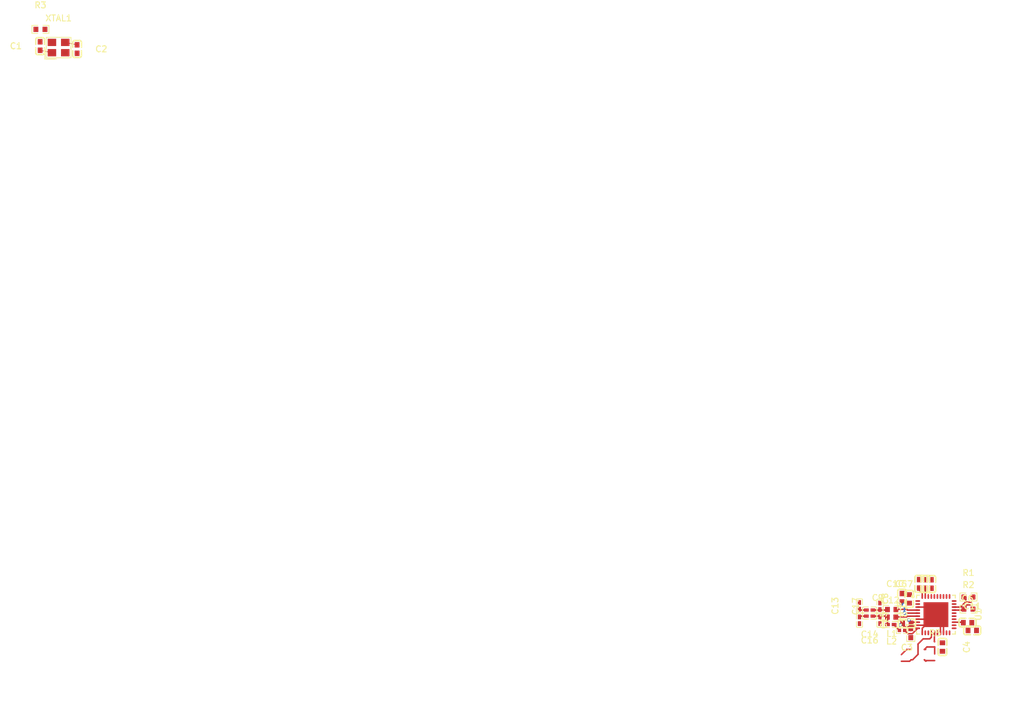
<source format=kicad_pcb>
(kicad_pcb (version 20240108) (generator "pcbnew") (generator_version "8.0")
  (layers (0 "F.Cu" signal) (31 "B.Cu" signal) (34 "B.Paste" user) (35 "F.Paste" user) (36 "B.SilkS" user "B.Silkscreen") (37 "F.SilkS" user "F.Silkscreen") (38 "B.Mask" user) (39 "F.Mask" user) (44 "Edge.Cuts" user))
  (net 0 "")
  (net 1 "net-5")
  (net 2 "oscillator-net")
  (net 3 "p30_uart_rx")
  (net 4 "net-6")
  (net 5 "sck_p72")
  (net 6 "sigout")
  (net 7 "loadmod")
  (net 8 "net-4")
  (net 9 "net-11")
  (net 10 "aux1")
  (net 11 "net")
  (net 12 "p33_int1")
  (net 13 "net-7")
  (net 14 "net-12")
  (net 15 "p31_uart_tx")
  (net 16 "signal-1")
  (net 17 "p32_int0")
  (net 18 "tx_2_mid")
  (net 19 "nfc_ic.footprint.pins[12].net-net")
  (net 20 "net-13")
  (net 21 "aux2")
  (net 22 "p35")
  (net 23 "net-2")
  (net 24 "net-8")
  (net 25 "rstpd_n")
  (net 26 "miso_p71")
  (net 27 "net-1")
  (net 28 "signal")
  (net 29 "p34_sic_clk")
  (net 30 "net-3")
  (net 31 "sigin")
  (net 32 "tx_1_mid")
  (net 33 "nfc_ic.footprint.pins[14].net-net")
  (net 34 "net-10")
  (net 35 "lv")
  (net 36 "net-9")
  (net 37 "nfc_ic.footprint.pins[13].net-net")
  (footprint "lcsc:C0402" (layer "F.Cu") (at 132.173774 92.151911 90)
    (property "Reference" "C13" (at 0 -4 90) (layer "F.SilkS") (hide no))
    (property "Value" "100pF ±5% 50V C0G")
    (fp_text user "${REFERENCE}" (at 0 -4 90) (layer "F.SilkS"))
    (pad "1" smd rect (at -0.55 0 90) (size 0.79 0.54) (layers "F.Cu" "F.Paste" "F.Mask") (net 9 "net-11"))
    (pad "2" smd rect (at 0.55 0 90) (size 0.79 0.54) (layers "F.Cu" "F.Paste" "F.Mask") (net 27 "net-1"))
  )
  (footprint "lcsc:C0402" (layer "F.Cu") (at 135.554794 92.217266 90)
    (property "Reference" "C17" (at 0 -4 90) (layer "F.SilkS") (hide no))
    (property "Value" "220pF ±10% 50V X7R")
    (fp_text user "${REFERENCE}" (at 0 -4 90) (layer "F.SilkS"))
    (pad "1" smd rect (at -0.55 0 90) (size 0.79 0.54) (layers "F.Cu" "F.Paste" "F.Mask") (net 32 "tx_1_mid"))
    (pad "2" smd rect (at 0.55 0 90) (size 0.79 0.54) (layers "F.Cu" "F.Paste" "F.Mask") (net 27 "net-1"))
  )
  (footprint "lcsc:IND-SMD_L1.6-W0.8-1" (layer "F.Cu") (at 137.502213 92.74736 180)
    (property "Reference" "L1" (at 0 -4 0) (layer "F.SilkS") (hide no))
    (property "Value" "560nH ±5% infHz 450mA 480mΩ")
    (fp_text user "${REFERENCE}" (at 0 -4 0) (layer "F.SilkS"))
    (pad "1" smd rect (at 0.7 0 0) (size 0.8 0.86) (layers "F.Cu" "F.Paste" "F.Mask") (net 32 "tx_1_mid"))
    (pad "2" smd rect (at -0.7 0 0) (size 0.8 0.86) (layers "F.Cu" "F.Paste" "F.Mask") (net 34 "net-10"))
  )
  (footprint "lcsc:C0402" (layer "F.Cu") (at 133.859889 93.842262 180)
    (property "Reference" "C16" (at 0 -4 0) (layer "F.SilkS") (hide no))
    (property "Value" "20pF ±5% 50V C0G")
    (fp_text user "${REFERENCE}" (at 0 -4 0) (layer "F.SilkS"))
    (pad "1" smd rect (at -0.55 0 180) (size 0.79 0.54) (layers "F.Cu" "F.Paste" "F.Mask") (net 18 "tx_2_mid"))
    (pad "2" smd rect (at 0.55 0 180) (size 0.79 0.54) (layers "F.Cu" "F.Paste" "F.Mask") (net 4 "net-6"))
  )
  (footprint "lcsc:C0603" (layer "F.Cu") (at 145.877611 98.946946 -90)
    (property "Reference" "C4" (at 0 -4 90) (layer "F.SilkS") (hide no))
    (property "Value" "100nF ±10% 50V X7R")
    (fp_text user "${REFERENCE}" (at 0 -4 90) (layer "F.SilkS"))
    (pad "1" smd rect (at -0.7 0 270) (size 0.8 0.9) (layers "F.Cu" "F.Paste" "F.Mask") (net 11 "net"))
    (pad "2" smd rect (at 0.7 0 270) (size 0.8 0.9) (layers "F.Cu" "F.Paste" "F.Mask") (net 27 "net-1"))
  )
  (footprint "lcsc:C0402" (layer "F.Cu") (at 133.867251 92.841601 180)
    (property "Reference" "C14" (at 0 -4 0) (layer "F.SilkS") (hide no))
    (property "Value" "20pF ±5% 50V C0G")
    (fp_text user "${REFERENCE}" (at 0 -4 0) (layer "F.SilkS"))
    (pad "1" smd rect (at -0.55 0 180) (size 0.79 0.54) (layers "F.Cu" "F.Paste" "F.Mask") (net 32 "tx_1_mid"))
    (pad "2" smd rect (at 0.55 0 180) (size 0.79 0.54) (layers "F.Cu" "F.Paste" "F.Mask") (net 9 "net-11"))
  )
  (footprint "lcsc:IND-SMD_L1.6-W0.8-1" (layer "F.Cu") (at 137.479517 94.009014 180)
    (property "Reference" "L2" (at 0 -4 0) (layer "F.SilkS") (hide no))
    (property "Value" "560nH ±5% infHz 450mA 480mΩ")
    (fp_text user "${REFERENCE}" (at 0 -4 0) (layer "F.SilkS"))
    (pad "1" smd rect (at 0.7 0 0) (size 0.8 0.86) (layers "F.Cu" "F.Paste" "F.Mask") (net 18 "tx_2_mid"))
    (pad "2" smd rect (at -0.7 0 0) (size 0.8 0.86) (layers "F.Cu" "F.Paste" "F.Mask") (net 36 "net-9"))
  )
  (footprint "lcsc:C0402" (layer "F.Cu") (at 135.558421 94.522937 -90)
    (property "Reference" "C18" (at 0 -4 90) (layer "F.SilkS") (hide no))
    (property "Value" "220pF ±10% 50V X7R")
    (fp_text user "${REFERENCE}" (at 0 -4 90) (layer "F.SilkS"))
    (pad "1" smd rect (at -0.55 0 270) (size 0.79 0.54) (layers "F.Cu" "F.Paste" "F.Mask") (net 18 "tx_2_mid"))
    (pad "2" smd rect (at 0.55 0 270) (size 0.79 0.54) (layers "F.Cu" "F.Paste" "F.Mask") (net 27 "net-1"))
  )
  (footprint "lcsc:C0603" (layer "F.Cu") (at 140.389714 90.997777 90)
    (property "Reference" "C8" (at 0 -4 90) (layer "F.SilkS") (hide no))
    (property "Value" "100nF ±10% 50V X7R")
    (fp_text user "${REFERENCE}" (at 0 -4 90) (layer "F.SilkS"))
    (pad "1" smd rect (at -0.7 0 90) (size 0.8 0.9) (layers "F.Cu" "F.Paste" "F.Mask") (net 11 "net"))
    (pad "2" smd rect (at 0.7 0 90) (size 0.8 0.9) (layers "F.Cu" "F.Paste" "F.Mask") (net 27 "net-1"))
  )
  (footprint "lcsc:R0402" (layer "F.Cu") (at 139.211601 96.206534 0)
    (property "Reference" "R4" (at 0 -4 0) (layer "F.SilkS") (hide no))
    (property "Value" "1kΩ ±1% 62.5mW")
    (fp_text user "${REFERENCE}" (at 0 -4 0) (layer "F.SilkS"))
    (pad "1" smd rect (at -0.43 0 0) (size 0.57 0.54) (layers "F.Cu" "F.Paste" "F.Mask") (net 20 "net-13"))
    (pad "2" smd rect (at 0.43 0 0) (size 0.57 0.54) (layers "F.Cu" "F.Paste" "F.Mask") (net 30 "net-3"))
  )
  (footprint "lcsc:QFN-40_L6.0-W6.0-P0.50-BL-EP4.1" (layer "F.Cu") (at 144.8 93.6 -90)
    (property "Reference" "U1" (at 0 -7 90) (layer "F.SilkS") (hide no))
    (property "Value" "_NXP_Semicon_PN5321A3HN_C106_51")
    (fp_text user "${REFERENCE}" (at 0 -7 90) (layer "F.SilkS"))
    (pad "1" smd oval (at -2.25 3 270) (size 0.28 0.8) (layers "F.Cu" "F.Paste" "F.Mask") (net 27 "net-1"))
    (pad "2" smd oval (at -1.75 3 270) (size 0.28 0.8) (layers "F.Cu" "F.Paste" "F.Mask") (net 7 "loadmod"))
    (pad "3" smd oval (at -1.25 3 270) (size 0.28 0.8) (layers "F.Cu" "F.Paste" "F.Mask") (net 27 "net-1"))
    (pad "4" smd oval (at -0.75 3 270) (size 0.28 0.8) (layers "F.Cu" "F.Paste" "F.Mask") (net 34 "net-10"))
    (pad "5" smd oval (at -0.25 3 270) (size 0.28 0.8) (layers "F.Cu" "F.Paste" "F.Mask") (net 11 "net"))
    (pad "6" smd oval (at 0.25 3 270) (size 0.28 0.8) (layers "F.Cu" "F.Paste" "F.Mask") (net 36 "net-9"))
    (pad "7" smd oval (at 0.75 3 270) (size 0.28 0.8) (layers "F.Cu" "F.Paste" "F.Mask") (net 27 "net-1"))
    (pad "8" smd oval (at 1.25 3 270) (size 0.28 0.8) (layers "F.Cu" "F.Paste" "F.Mask") (net 11 "net"))
    (pad "9" smd oval (at 1.75 3 270) (size 0.28 0.8) (layers "F.Cu" "F.Paste" "F.Mask") (net 27 "net-1"))
    (pad "10" smd oval (at 2.25 3 270) (size 0.28 0.8) (layers "F.Cu" "F.Paste" "F.Mask") (net 30 "net-3"))
    (pad "11" smd oval (at 3 2.25 270) (size 0.8 0.28) (layers "F.Cu" "F.Paste" "F.Mask") (net 27 "net-1"))
    (pad "12" smd oval (at 3 1.75 270) (size 0.8 0.28) (layers "F.Cu" "F.Paste" "F.Mask") (net 10 "aux1"))
    (pad "13" smd oval (at 3 1.25 270) (size 0.8 0.28) (layers "F.Cu" "F.Paste" "F.Mask") (net 21 "aux2"))
    (pad "14" smd oval (at 3 0.75 270) (size 0.8 0.28) (layers "F.Cu" "F.Paste" "F.Mask") (net 1 "net-5"))
    (pad "15" smd oval (at 3 0.25 270) (size 0.8 0.28) (layers "F.Cu" "F.Paste" "F.Mask") (net 8 "net-4"))
    (pad "16" smd oval (at 3 -0.25 270) (size 0.8 0.28) (layers "F.Cu" "F.Paste" "F.Mask") (net 11 "net"))
    (pad "17" smd oval (at 3 -0.75 270) (size 0.8 0.28) (layers "F.Cu" "F.Paste" "F.Mask") (net 27 "net-1"))
    (pad "18" smd oval (at 3 -1.25 270) (size 0.8 0.28) (layers "F.Cu" "F.Paste" "F.Mask") (net 27 "net-1"))
    (pad "19" smd oval (at 3 -1.75 270) (size 0.8 0.28) (layers "F.Cu" "F.Paste" "F.Mask") (net 22 "p35"))
    (pad "20" smd oval (at 3 -2.25 270) (size 0.8 0.28) (layers "F.Cu" "F.Paste" "F.Mask") (net 19 "nfc_ic.footprint.pins[12].net-net"))
    (pad "21" smd oval (at 2.25 -3 270) (size 0.28 0.8) (layers "F.Cu" "F.Paste" "F.Mask") (net 37 "nfc_ic.footprint.pins[13].net-net"))
    (pad "22" smd oval (at 1.75 -3 270) (size 0.28 0.8) (layers "F.Cu" "F.Paste" "F.Mask") (net 33 "nfc_ic.footprint.pins[14].net-net"))
    (pad "23" smd oval (at 1.25 -3 270) (size 0.28 0.8) (layers "F.Cu" "F.Paste" "F.Mask") (net 11 "net"))
    (pad "24" smd oval (at 0.75 -3 270) (size 0.28 0.8) (layers "F.Cu" "F.Paste" "F.Mask") (net 3 "p30_uart_rx"))
    (pad "25" smd oval (at 0.25 -3 270) (size 0.28 0.8) (layers "F.Cu" "F.Paste" "F.Mask") (net 28 "signal"))
    (pad "26" smd oval (at -0.25 -3 270) (size 0.28 0.8) (layers "F.Cu" "F.Paste" "F.Mask") (net 16 "signal-1"))
    (pad "27" smd oval (at -0.75 -3 270) (size 0.28 0.8) (layers "F.Cu" "F.Paste" "F.Mask") (net 24 "net-8"))
    (pad "28" smd oval (at -1.25 -3 270) (size 0.28 0.8) (layers "F.Cu" "F.Paste" "F.Mask") (net 13 "net-7"))
    (pad "29" smd oval (at -1.75 -3 270) (size 0.28 0.8) (layers "F.Cu" "F.Paste" "F.Mask") (net 26 "miso_p71"))
    (pad "30" smd oval (at -2.25 -3 270) (size 0.28 0.8) (layers "F.Cu" "F.Paste" "F.Mask") (net 5 "sck_p72"))
    (pad "31" smd oval (at -3 -2.25 270) (size 0.8 0.28) (layers "F.Cu" "F.Paste" "F.Mask") (net 15 "p31_uart_tx"))
    (pad "32" smd oval (at -3 -1.75 270) (size 0.8 0.28) (layers "F.Cu" "F.Paste" "F.Mask") (net 17 "p32_int0"))
    (pad "33" smd oval (at -3 -1.25 270) (size 0.8 0.28) (layers "F.Cu" "F.Paste" "F.Mask") (net 12 "p33_int1"))
    (pad "34" smd oval (at -3 -0.75 270) (size 0.8 0.28) (layers "F.Cu" "F.Paste" "F.Mask") (net 29 "p34_sic_clk"))
    (pad "35" smd oval (at -3 -0.25 270) (size 0.8 0.28) (layers "F.Cu" "F.Paste" "F.Mask") (net 6 "sigout"))
    (pad "36" smd oval (at -3 0.25 270) (size 0.8 0.28) (layers "F.Cu" "F.Paste" "F.Mask") (net 31 "sigin"))
    (pad "37" smd oval (at -3 0.75 270) (size 0.8 0.28) (layers "F.Cu" "F.Paste" "F.Mask") (net 23 "net-2"))
    (pad "38" smd oval (at -3 1.25 270) (size 0.8 0.28) (layers "F.Cu" "F.Paste" "F.Mask") (net 25 "rstpd_n"))
    (pad "39" smd oval (at -3 1.75 270) (size 0.8 0.28) (layers "F.Cu" "F.Paste" "F.Mask") (net 11 "net"))
    (pad "40" smd oval (at -3 2.25 270) (size 0.8 0.28) (layers "F.Cu" "F.Paste" "F.Mask") (net 11 "net"))
    (pad "41" smd rect (at 0 0 270) (size 4.1 4.1) (layers "F.Cu" "F.Paste" "F.Mask") (net 27 "net-1"))
  )
  (footprint "lcsc:C0402" (layer "F.Cu") (at 132.185507 94.527243 -90)
    (property "Reference" "C15" (at 0 -4 90) (layer "F.SilkS") (hide no))
    (property "Value" "100pF ±5% 50V C0G")
    (fp_text user "${REFERENCE}" (at 0 -4 90) (layer "F.SilkS"))
    (pad "1" smd rect (at -0.55 0 270) (size 0.79 0.54) (layers "F.Cu" "F.Paste" "F.Mask") (net 4 "net-6"))
    (pad "2" smd rect (at 0.55 0 270) (size 0.79 0.54) (layers "F.Cu" "F.Paste" "F.Mask") (net 27 "net-1"))
  )
  (footprint "lcsc:C0402" (layer "F.Cu") (at 137.353675 95.230066 0)
    (property "Reference" "C12" (at 0 -4 0) (layer "F.SilkS") (hide no))
    (property "Value" "100nF ±10% 16V X7R")
    (fp_text user "${REFERENCE}" (at 0 -4 0) (layer "F.SilkS"))
    (pad "1" smd rect (at -0.55 0 0) (size 0.79 0.54) (layers "F.Cu" "F.Paste" "F.Mask") (net 18 "tx_2_mid"))
    (pad "2" smd rect (at 0.55 0 0) (size 0.79 0.54) (layers "F.Cu" "F.Paste" "F.Mask") (net 20 "net-13"))
  )
  (footprint "lcsc:CRYSTAL-SMD_4P-L3.2-W2.5-BL" (layer "F.Cu") (at 0 0 0)
    (property "Reference" "XTAL1" (at 0 -4.85 180) (layer "F.SilkS") (hide no))
    (property "Value" "Crystal")
    (fp_text user "${REFERENCE}" (at 0 -4.85 180) (layer "F.SilkS"))
    (pad "1" smd rect (at -1.1 0.85 0) (size 1.4 1.2) (layers "F.Cu" "F.Paste" "F.Mask") (net 2 "oscillator-net"))
    (pad "2" smd rect (at 1.1 0.85 0) (size 1.4 1.2) (layers "F.Cu" "F.Paste" "F.Mask") (net 27 "net-1"))
    (pad "3" smd rect (at 1.1 -0.85 0) (size 1.4 1.2) (layers "F.Cu" "F.Paste" "F.Mask") (net 1 "net-5"))
    (pad "4" smd rect (at -1.1 -0.85 0) (size 1.4 1.2) (layers "F.Cu" "F.Paste" "F.Mask") (net 27 "net-1"))
  )
  (footprint "lcsc:C0603" (layer "F.Cu") (at 140.010179 95.027233 180)
    (property "Reference" "C3" (at 0 -4 0) (layer "F.SilkS") (hide no))
    (property "Value" "100nF ±10% 50V X7R")
    (fp_text user "${REFERENCE}" (at 0 -4 0) (layer "F.SilkS"))
    (pad "2" smd rect (at 0.7 0 0) (size 0.8 0.9) (layers "F.Cu" "F.Paste" "F.Mask") (net 27 "net-1"))
    (pad "1" smd rect (at -0.7 0 0) (size 0.8 0.9) (layers "F.Cu" "F.Paste" "F.Mask") (net 11 "net"))
  )
  (footprint "lcsc:C0603" (layer "F.Cu") (at 143.049803 88.529031 90)
    (property "Reference" "C5" (at 0 -4 0) (layer "F.SilkS") (hide no))
    (property "Value" "100nF ±10% 50V X7R")
    (fp_text user "${REFERENCE}" (at 0 -4 0) (layer "F.SilkS"))
    (pad "2" smd rect (at 0.7 0 0) (size 0.8 0.9) (layers "F.Cu" "F.Paste" "F.Mask") (net 27 "net-1"))
    (pad "1" smd rect (at -0.7 0 0) (size 0.8 0.9) (layers "F.Cu" "F.Paste" "F.Mask") (net 11 "net"))
  )
  (footprint "lcsc:C0603" (layer "F.Cu") (at 150.025464 94.925735 0)
    (property "Reference" "C6" (at 0 -4 0) (layer "F.SilkS") (hide no))
    (property "Value" "100nF ±10% 50V X7R")
    (fp_text user "${REFERENCE}" (at 0 -4 0) (layer "F.SilkS"))
    (pad "2" smd rect (at 0.7 0 0) (size 0.8 0.9) (layers "F.Cu" "F.Paste" "F.Mask") (net 27 "net-1"))
    (pad "1" smd rect (at -0.7 0 0) (size 0.8 0.9) (layers "F.Cu" "F.Paste" "F.Mask") (net 11 "net"))
  )
  (footprint "lcsc:C0603" (layer "F.Cu") (at 144.04194 88.5448 90)
    (property "Reference" "C7" (at 0 -4 0) (layer "F.SilkS") (hide no))
    (property "Value" "100nF ±10% 50V X7R")
    (fp_text user "${REFERENCE}" (at 0 -4 0) (layer "F.SilkS"))
    (pad "2" smd rect (at 0.7 0 0) (size 0.8 0.9) (layers "F.Cu" "F.Paste" "F.Mask") (net 27 "net-1"))
    (pad "1" smd rect (at -0.7 0 0) (size 0.8 0.9) (layers "F.Cu" "F.Paste" "F.Mask") (net 23 "net-2"))
  )
  (footprint "lcsc:C0603" (layer "F.Cu") (at 139.206372 90.809772 90)
    (property "Reference" "C9" (at 0 -4 0) (layer "F.SilkS") (hide no))
    (property "Value" "100nF ±10% 50V X7R")
    (fp_text user "${REFERENCE}" (at 0 -4 0) (layer "F.SilkS"))
    (pad "2" smd rect (at 0.7 0 0) (size 0.8 0.9) (layers "F.Cu" "F.Paste" "F.Mask") (net 27 "net-1"))
    (pad "1" smd rect (at -0.7 0 0) (size 0.8 0.9) (layers "F.Cu" "F.Paste" "F.Mask") (net 11 "net"))
  )
  (footprint "lcsc:C0603" (layer "F.Cu") (at 142.052921 88.514308 90)
    (property "Reference" "C10" (at 0 -4 0) (layer "F.SilkS") (hide no))
    (property "Value" "100nF ±10% 50V X7R")
    (fp_text user "${REFERENCE}" (at 0 -4 0) (layer "F.SilkS"))
    (pad "2" smd rect (at 0.7 0 0) (size 0.8 0.9) (layers "F.Cu" "F.Paste" "F.Mask") (net 27 "net-1"))
    (pad "1" smd rect (at -0.7 0 0) (size 0.8 0.9) (layers "F.Cu" "F.Paste" "F.Mask") (net 11 "net"))
  )
  (footprint "lcsc:C0603" (layer "F.Cu") (at 150.8 96.2 0)
    (property "Reference" "C11" (at 0 -4 0) (layer "F.SilkS") (hide no))
    (property "Value" "100nF ±10% 50V X7R")
    (fp_text user "${REFERENCE}" (at 0 -4 0) (layer "F.SilkS"))
    (pad "2" smd rect (at 0.7 0 0) (size 0.8 0.9) (layers "F.Cu" "F.Paste" "F.Mask") (net 35 "lv"))
    (pad "1" smd rect (at -0.7 0 0) (size 0.8 0.9) (layers "F.Cu" "F.Paste" "F.Mask") (net 27 "net-1"))
  )
  (footprint "lcsc:C0603" (layer "F.Cu") (at -3.05 -0.25 90)
    (property "Reference" "C1" (at 0 -4 0) (layer "F.SilkS") (hide no))
    (property "Value" "100nF ±10% 50V X7R")
    (fp_text user "${REFERENCE}" (at 0 -4 0) (layer "F.SilkS"))
    (pad "2" smd rect (at 0.7 0 0) (size 0.8 0.9) (layers "F.Cu" "F.Paste" "F.Mask") (net 27 "net-1"))
    (pad "1" smd rect (at -0.7 0 0) (size 0.8 0.9) (layers "F.Cu" "F.Paste" "F.Mask") (net 2 "oscillator-net"))
  )
  (footprint "lcsc:C0603" (layer "F.Cu") (at 3.05 0.25 270)
    (property "Reference" "C2" (at 0 -4 0) (layer "F.SilkS") (hide no))
    (property "Value" "100nF ±10% 50V X7R")
    (fp_text user "${REFERENCE}" (at 0 -4 0) (layer "F.SilkS"))
    (pad "2" smd rect (at 0.7 0 0) (size 0.8 0.9) (layers "F.Cu" "F.Paste" "F.Mask") (net 27 "net-1"))
    (pad "1" smd rect (at -0.7 0 0) (size 0.8 0.9) (layers "F.Cu" "F.Paste" "F.Mask") (net 1 "net-5"))
  )
  (footprint "lcsc:R0603" (layer "F.Cu") (at -3 -3 0)
    (property "Reference" "R3" (at 0 -4 0) (layer "F.SilkS") (hide no))
    (property "Value" "1kΩ ±1% 100mW")
    (fp_text user "${REFERENCE}" (at 0 -4 0) (layer "F.SilkS"))
    (pad "2" smd rect (at 0.75 0 0) (size 0.81 0.86) (layers "F.Cu" "F.Paste" "F.Mask") (net 8 "net-4"))
    (pad "1" smd rect (at -0.75 0 0) (size 0.81 0.86) (layers "F.Cu" "F.Paste" "F.Mask") (net 2 "oscillator-net"))
  )
  (footprint "lcsc:R0603" (layer "F.Cu") (at 150.16941 90.690334 0)
    (property "Reference" "R1" (at 0 -4 0) (layer "F.SilkS") (hide no))
    (property "Value" "1kΩ ±1% 100mW")
    (fp_text user "${REFERENCE}" (at 0 -4 0) (layer "F.SilkS"))
    (pad "2" smd rect (at 0.75 0 0) (size 0.81 0.86) (layers "F.Cu" "F.Paste" "F.Mask") (net 14 "net-12"))
    (pad "1" smd rect (at -0.75 0 0) (size 0.81 0.86) (layers "F.Cu" "F.Paste" "F.Mask") (net 13 "net-7"))
  )
  (footprint "lcsc:R0603" (layer "F.Cu") (at 150.172458 92.687406 0)
    (property "Reference" "R2" (at 0 -4 0) (layer "F.SilkS") (hide no))
    (property "Value" "1kΩ ±1% 100mW")
    (fp_text user "${REFERENCE}" (at 0 -4 0) (layer "F.SilkS"))
    (pad "2" smd rect (at 0.75 0 0) (size 0.81 0.86) (layers "F.Cu" "F.Paste" "F.Mask") (net 14 "net-12"))
    (pad "1" smd rect (at -0.75 0 0) (size 0.81 0.86) (layers "F.Cu" "F.Paste" "F.Mask") (net 24 "net-8"))
  )
  (footprint "lcsc:R0603" (layer "F.Cu") (at 140.654226 96.641646 -90)
    (property "Reference" "R5" (at 0 -4 0) (layer "F.SilkS") (hide no))
    (property "Value" "1kΩ ±1% 100mW")
    (fp_text user "${REFERENCE}" (at 0 -4 0) (layer "F.SilkS"))
    (pad "2" smd rect (at 0.75 0 0) (size 0.81 0.86) (layers "F.Cu" "F.Paste" "F.Mask") (net 30 "net-3"))
    (pad "1" smd rect (at -0.75 0 0) (size 0.81 0.86) (layers "F.Cu" "F.Paste" "F.Mask") (net 27 "net-1"))
  )
  (via (at 138.917791 95.317418) (size 0.6) (drill 0.3) (net 23) (layers "F.Cu" "B.Cu"))
  (via (at 139.6 93.35) (size 0.6) (drill 0.3) (net 27) (layers "F.Cu" "B.Cu"))
  (via (at 139.55462 92) (size 0.8) (drill 0.4) (net 27) (layers "F.Cu" "B.Cu"))
  (via (at 140.342521 94.481532) (size 0.6) (drill 0.3) (net 27) (layers "F.Cu" "B.Cu"))
  (segment (start 144.55 96.6) (end 144.55 98.038503) (width 0.25) (layer "F.Cu") (net 1))
  (segment (start 144.55 98.038503) (end 144.58575 98.074253) (width 0.25) (layer "F.Cu") (net 1))
  (segment (start 144.590762 98.939265) (end 144.58575 98.934253) (width 0.25) (layer "F.Cu") (net 2))
  (segment (start 144.590762 100.079872) (end 144.590762 98.939265) (width 0.25) (layer "F.Cu") (net 2))
  (segment (start 143.315747 98.934253) (end 142.9 99.35) (width 0.25) (layer "F.Cu") (net 2))
  (segment (start 143.112677 99.35) (end 142.9 99.35) (width 0.25) (layer "F.Cu") (net 2))
  (segment (start 144.58575 98.934253) (end 143.315747 98.934253) (width 0.25) (layer "F.Cu") (net 2))
  (segment (start 133.317251 92.841601) (end 132.313464 92.841601) (width 0.25) (layer "F.Cu") (net 4))
  (segment (start 132.313464 92.841601) (end 132.173774 92.701911) (width 0.25) (layer "F.Cu") (net 4))
  (segment (start 149.73941 91.46059) (end 149.73941 90.690334) (width 0.25) (layer "F.Cu") (net 8))
  (segment (start 149.73941 90.690334) (end 149.73941 91.33941) (width 0.25) (layer "F.Cu") (net 8))
  (segment (start 147.8 92.35) (end 148.85 92.35) (width 0.25) (layer "F.Cu") (net 8))
  (segment (start 149.95 91.55) (end 150.6 91.55) (width 0.25) (layer "F.Cu") (net 8))
  (segment (start 148.85 92.35) (end 149.73941 91.46059) (width 0.25) (layer "F.Cu") (net 8))
  (segment (start 149.73941 91.33941) (end 149.95 91.55) (width 0.25) (layer "F.Cu") (net 8))
  (segment (start 141.8 95.85) (end 140.906318 96.743682) (width 0.25) (layer "F.Cu") (net 9))
  (segment (start 140.178749 96.743682) (end 140.679684 96.743682) (width 0.25) (layer "F.Cu") (net 9))
  (segment (start 140.906318 96.743682) (end 140.679684 96.743682) (width 0.25) (layer "F.Cu") (net 9))
  (segment (start 139.641601 96.206534) (end 140.178749 96.743682) (width 0.25) (layer "F.Cu") (net 9))
  (segment (start 141.8 92.85) (end 140.103918 92.85) (width 0.25) (layer "F.Cu") (net 13))
  (segment (start 138.312072 92.857219) (end 138.202213 92.74736) (width 0.25) (layer "F.Cu") (net 13))
  (segment (start 138.304853 92.85) (end 138.202213 92.74736) (width 0.25) (layer "F.Cu") (net 13))
  (segment (start 138.224573 92.725) (end 138.202213 92.74736) (width 0.25) (layer "F.Cu") (net 13))
  (segment (start 139.978918 92.725) (end 138.224573 92.725) (width 0.25) (layer "F.Cu") (net 13))
  (segment (start 140.103918 92.85) (end 139.978918 92.725) (width 0.25) (layer "F.Cu") (net 13))
  (segment (start 133.309889 93.842262) (end 132.320488 93.842262) (width 0.25) (layer "F.Cu") (net 14))
  (segment (start 132.320488 93.842262) (end 132.185507 93.977243) (width 0.25) (layer "F.Cu") (net 14))
  (segment (start 136.803675 94.033172) (end 136.779517 94.009014) (width 0.25) (layer "F.Cu") (net 18))
  (segment (start 135.654697 93.836836) (end 135.577532 93.759671) (width 0.25) (layer "F.Cu") (net 18))
  (segment (start 136.803675 95.230066) (end 136.803675 94.033172) (width 0.25) (layer "F.Cu") (net 18))
  (segment (start 134.409889 93.842262) (end 136.612765 93.842262) (width 0.25) (layer "F.Cu") (net 18))
  (segment (start 136.612765 93.842262) (end 136.779517 94.009014) (width 0.25) (layer "F.Cu") (net 18))
  (segment (start 141.382391 95.35) (end 141.8 95.35) (width 0.25) (layer "F.Cu") (net 23))
  (segment (start 139.463496 95.463496) (end 139.611534 95.611534) (width 0.25) (layer "F.Cu") (net 23))
  (segment (start 142.55 95.85) (end 144.8 93.6) (width 0.25) (layer "F.Cu") (net 23))
  (segment (start 139.463496 94.886956) (end 139.463496 95.463496) (width 0.25) (layer "F.Cu") (net 23))
  (segment (start 141.8 95.35) (end 143.05 95.35) (width 0.25) (layer "F.Cu") (net 23))
  (segment (start 140.848709 95.883682) (end 141.382391 95.35) (width 0.25) (layer "F.Cu") (net 23))
  (segment (start 143.05 95.35) (end 144.8 93.6) (width 0.25) (layer "F.Cu") (net 23))
  (segment (start 142.55 96.6) (end 142.55 95.85) (width 0.25) (layer "F.Cu") (net 23))
  (segment (start 143.029872 101.179872) (end 142.9 101.05) (width 0.25) (layer "F.Cu") (net 23))
  (segment (start 144.05 94.35) (end 144.8 93.6) (width 0.25) (layer "F.Cu") (net 23))
  (segment (start 139.348253 94.886956) (end 138.917791 95.317418) (width 0.25) (layer "F.Cu") (net 23))
  (segment (start 146.05 94.85) (end 144.8 93.6) (width 0.25) (layer "F.Cu") (net 23))
  (segment (start 140.654226 96.014159) (end 140.654226 96.211646) (width 0.25) (layer "F.Cu") (net 23))
  (segment (start 140.251601 95.611534) (end 140.654226 96.014159) (width 0.25) (layer "F.Cu") (net 23))
  (segment (start 141.8 94.35) (end 144.05 94.35) (width 0.25) (layer "F.Cu") (net 23))
  (segment (start 139.611534 95.611534) (end 140.251601 95.611534) (width 0.25) (layer "F.Cu") (net 23))
  (segment (start 140.7 99.35) (end 139.948667 99.35) (width 0.25) (layer "F.Cu") (net 23))
  (segment (start 141.8 92.35) (end 143.55 92.35) (width 0.25) (layer "F.Cu") (net 23))
  (segment (start 144.590762 101.179872) (end 143.029872 101.179872) (width 0.25) (layer "F.Cu") (net 23))
  (segment (start 139.948667 99.35) (end 139.103575 100.195092) (width 0.25) (layer "F.Cu") (net 23))
  (segment (start 139.463496 94.886956) (end 139.348253 94.886956) (width 0.25) (layer "F.Cu") (net 23))
  (segment (start 143.55 92.35) (end 144.8 93.6) (width 0.25) (layer "F.Cu") (net 23))
  (segment (start 145.55 94.35) (end 144.8 93.6) (width 0.25) (layer "F.Cu") (net 23))
  (segment (start 145.55 96.6) (end 145.55 94.35) (width 0.25) (layer "F.Cu") (net 23))
  (segment (start 143.146086 101.296086) (end 142.9 101.05) (width 0.25) (layer "F.Cu") (net 23))
  (segment (start 140.848709 96.017163) (end 140.848709 95.883682) (width 0.25) (layer "F.Cu") (net 23))
  (segment (start 146.05 96.6) (end 146.05 94.85) (width 0.25) (layer "F.Cu") (net 23))
  (segment (start 140.654226 96.211646) (end 140.848709 96.017163) (width 0.25) (layer "F.Cu") (net 23))
  (segment (start 137.961562 95.287953) (end 137.903675 95.230066) (width 0.25) (layer "F.Cu") (net 24))
  (segment (start 137.903675 95.230066) (end 137.903675 95.328608) (width 0.25) (layer "F.Cu") (net 24))
  (segment (start 138.007491 95.333882) (end 137.903675 95.230066) (width 0.25) (layer "F.Cu") (net 24))
  (segment (start 137.903675 95.328608) (end 138.781601 96.206534) (width 0.25) (layer "F.Cu") (net 24))
  (segment (start 139.206372 91.651752) (end 139.55462 92) (width 0.25) (layer "F.Cu") (net 27))
  (segment (start 139.6 93.35) (end 141.8 93.35) (width 0.25) (layer "F.Cu") (net 27))
  (segment (start 140.563496 94.886956) (end 140.600452 94.85) (width 0.25) (layer "F.Cu") (net 27))
  (segment (start 140.600452 94.85) (end 141.8 94.85) (width 0.25) (layer "F.Cu") (net 27))
  (segment (start 142.052921 89.530492) (end 142.55 90.027571) (width 0.25) (layer "F.Cu") (net 27))
  (segment (start 149.494754 94.85) (end 147.8 94.85) (width 0.25) (layer "F.Cu") (net 27))
  (segment (start 142.052921 89.064308) (end 142.052921 89.530492) (width 0.25) (layer "F.Cu") (net 27))
  (segment (start 140.342521 94.481532) (end 140.563496 94.702507) (width 0.25) (layer "F.Cu") (net 27))
  (segment (start 139.206372 91.359772) (end 139.206372 91.651752) (width 0.25) (layer "F.Cu") (net 27))
  (segment (start 142.55 90.027571) (end 142.55 90.6) (width 0.25) (layer "F.Cu") (net 27))
  (segment (start 140.389714 91.697777) (end 139.856843 91.697777) (width 0.25) (layer "F.Cu") (net 27))
  (segment (start 140.563496 94.702507) (end 140.563496 94.886956) (width 0.25) (layer "F.Cu") (net 27))
  (segment (start 143.049803 89.079031) (end 143.049803 90.599803) (width 0.25) (layer "F.Cu") (net 27))
  (segment (start 149.535347 94.809407) (end 149.494754 94.85) (width 0.25) (layer "F.Cu") (net 27))
  (segment (start 143.049803 90.599803) (end 143.05 90.6) (width 0.25) (layer "F.Cu") (net 27))
  (segment (start 139.856843 91.697777) (end 139.55462 92) (width 0.25) (layer "F.Cu") (net 27))
  (segment (start 149.502223 94.989714) (end 149.362509 94.85) (width 0.25) (layer "F.Cu") (net 27))
  (segment (start 139.6 93.35) (end 139.6 92.04538) (width 0.25) (layer "B.Cu") (net 27))
  (segment (start 139.6 92.04538) (end 139.55462 92) (width 0.25) (layer "B.Cu") (net 27))
  (segment (start 140.7 101.05) (end 140.95 101.05) (width 0.25) (layer "F.Cu") (net 30))
  (segment (start 140.95 101.05) (end 141.85 100.15) (width 0.25) (layer "F.Cu") (net 30))
  (segment (start 142.7 97.6) (end 143.772935 97.6) (width 0.25) (layer "F.Cu") (net 30))
  (segment (start 141.85 98.45) (end 142.7 97.6) (width 0.25) (layer "F.Cu") (net 30))
  (segment (start 143.772935 97.6) (end 144.05 97.322935) (width 0.25) (layer "F.Cu") (net 30))
  (segment (start 144.05 97.322935) (end 144.05 96.6) (width 0.25) (layer "F.Cu") (net 30))
  (segment (start 141.85 100.15) (end 141.85 98.45) (width 0.25) (layer "F.Cu") (net 30))
  (segment (start 140.454908 101.295092) (end 140.7 101.05) (width 0.25) (layer "F.Cu") (net 30))
  (segment (start 139.103575 101.295092) (end 140.454908 101.295092) (width 0.25) (layer "F.Cu") (net 30))
  (segment (start 136.707972 92.841601) (end 136.802213 92.74736) (width 0.25) (layer "F.Cu") (net 32))
  (segment (start 134.417251 92.841601) (end 136.707972 92.841601) (width 0.25) (layer "F.Cu") (net 32))
  (segment (start 149.579864 92.85) (end 149.742458 92.687406) (width 0.25) (layer "F.Cu") (net 34))
  (segment (start 149.909864 92) (end 150.8 92) (width 0.25) (layer "F.Cu") (net 34))
  (segment (start 149.742458 92.687406) (end 149.742458 92.167406) (width 0.25) (layer "F.Cu") (net 34))
  (segment (start 147.8 92.85) (end 149.579864 92.85) (width 0.25) (layer "F.Cu") (net 34))
  (segment (start 149.742458 92.167406) (end 149.909864 92) (width 0.25) (layer "F.Cu") (net 34))
  (segment (start 140.083637 93.856532) (end 139.965169 93.975) (width 0.25) (layer "F.Cu") (net 36))
  (segment (start 140.601405 93.856532) (end 140.083637 93.856532) (width 0.25) (layer "F.Cu") (net 36))
  (segment (start 141.8 93.85) (end 140.607937 93.85) (width 0.25) (layer "F.Cu") (net 36))
  (segment (start 139.965169 93.975) (end 138.213531 93.975) (width 0.25) (layer "F.Cu") (net 36))
  (segment (start 138.213531 93.975) (end 138.179517 94.009014) (width 0.25) (layer "F.Cu") (net 36))
  (segment (start 140.607937 93.85) (end 140.601405 93.856532) (width 0.25) (layer "F.Cu") (net 36))
  (segment (start 138.338531 93.85) (end 138.179517 94.009014) (width 0.25) (layer "F.Cu") (net 36))
  (segment (start -3.05 0.45) (end -1.1 0.85) (width 0.1) (layer "F.Cu") (net 2))
  (segment (start 3.05 -0.45) (end 1.1 -0.85) (width 0.1) (layer "F.Cu") (net 1))
)
</source>
